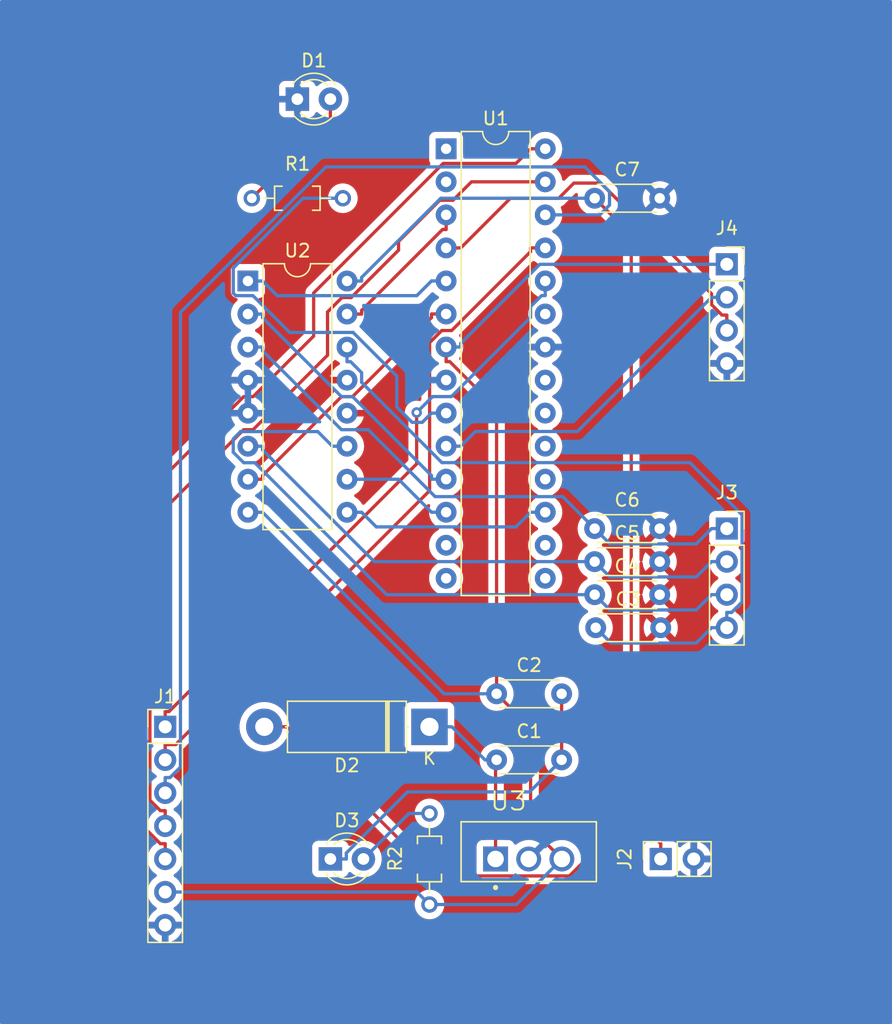
<source format=kicad_pcb>
(kicad_pcb (version 20211014) (generator pcbnew)
  (layers (0 "F.Cu" signal) (31 "B.Cu" signal) (34 "B.Paste" user) (35 "F.Paste" user) (36 "B.SilkS" user "B.Silkscreen") (37 "F.SilkS" user "F.Silkscreen") (38 "B.Mask" user) (39 "F.Mask" user) (44 "Edge.Cuts" user))
  (net 0 "")
  (net 1 "Net-(C1-Pad1)")
  (net 2 "Net-(C1-Pad2)")
  (net 3 "VCC5")
  (net 4 "OUT4")
  (net 5 "GND")
  (net 6 "OUT3")
  (net 7 "OUT2")
  (net 8 "OUT1")
  (net 9 "VCC12")
  (net 10 "IR1")
  (net 11 "IR2")
  (net 12 "IR3")
  (net 13 "IR4")
  (net 14 "IR5")
  (net 15 "TRIG")
  (net 16 "ECHO")
  (net 17 "Net-(D1-Pad2)")
  (net 18 "LED_1HZ")
  (net 19 "Net-(D3-Pad2)")
  (net 24 "IN4")
  (net 25 "EN2")
  (net 27 "EN1")
  (net 29 "IN2")
  (net 33 "IN1")
  (net 34 "IN3")
  (footprint "Connector_PinSocket_2.54mm:PinSocket_1x04_P2.54mm_Vertical" (layer "F.Cu") (at 208.28 58.42)
    (fp_text reference "J4" (at 0 -2.77) (layer "F.SilkS"))
    (fp_text value "Sonar")
    (fp_line (start -1.33 1.27) (end -1.33 8.95) (layer "F.SilkS") (width 0.12))
    (fp_line (start 1.33 1.27) (end 1.33 8.95) (layer "F.SilkS") (width 0.12))
    (fp_line (start -1.33 1.27) (end 1.33 1.27) (layer "F.SilkS") (width 0.12))
    (fp_line (start 0 -1.33) (end 1.33 -1.33) (layer "F.SilkS") (width 0.12))
    (fp_line (start -1.33 8.95) (end 1.33 8.95) (layer "F.SilkS") (width 0.12))
    (fp_line (start 1.33 -1.33) (end 1.33 0) (layer "F.SilkS") (width 0.12))
    (pad "1" thru_hole rect locked (at 0 0) (size 1.7 1.7) (drill 1) (layers *.Cu *.Mask) (net 3 "VCC5"))
    (pad "2" thru_hole oval locked (at 0 2.54) (size 1.7 1.7) (drill 1) (layers *.Cu *.Mask) (net 15 "TRIG"))
    (pad "3" thru_hole oval locked (at 0 5.08) (size 1.7 1.7) (drill 1) (layers *.Cu *.Mask) (net 16 "ECHO"))
    (pad "4" thru_hole oval locked (at 0 7.62) (size 1.7 1.7) (drill 1) (layers *.Cu *.Mask) (net 5 "GND"))
  )
  (footprint "Connector_PinSocket_2.54mm:PinSocket_1x02_P2.54mm_Vertical" (layer "F.Cu") (at 203.2 104.14 90)
    (fp_text reference "J2" (at 0 -2.77 90) (layer "F.SilkS"))
    (fp_text value "Conn_01x02_Female")
    (fp_line (start 1.33 1.27) (end 1.33 3.87) (layer "F.SilkS") (width 0.12))
    (fp_line (start 1.33 -1.33) (end 1.33 0) (layer "F.SilkS") (width 0.12))
    (fp_line (start 0 -1.33) (end 1.33 -1.33) (layer "F.SilkS") (width 0.12))
    (fp_line (start -1.33 1.27) (end -1.33 3.87) (layer "F.SilkS") (width 0.12))
    (fp_line (start -1.33 3.87) (end 1.33 3.87) (layer "F.SilkS") (width 0.12))
    (fp_line (start -1.33 1.27) (end 1.33 1.27) (layer "F.SilkS") (width 0.12))
    (pad "1" thru_hole rect locked (at 0 0 90) (size 1.7 1.7) (drill 1) (layers *.Cu *.Mask) (net 9 "VCC12"))
    (pad "2" thru_hole oval locked (at 0 2.54 90) (size 1.7 1.7) (drill 1) (layers *.Cu *.Mask) (net 5 "GND"))
  )
  (footprint "Package_DIP:DIP-16_W7.62mm" (layer "F.Cu") (at 171.46 59.705)
    (fp_text reference "U2" (at 3.81 -2.33) (layer "F.SilkS"))
    (fp_text value "L293D")
    (fp_line (start 6.46 -1.33) (end 4.81 -1.33) (layer "F.SilkS") (width 0.12))
    (fp_line (start 1.16 -1.33) (end 1.16 19.11) (layer "F.SilkS") (width 0.12))
    (fp_line (start 2.81 -1.33) (end 1.16 -1.33) (layer "F.SilkS") (width 0.12))
    (fp_line (start 1.16 19.11) (end 6.46 19.11) (layer "F.SilkS") (width 0.12))
    (fp_line (start 6.46 19.11) (end 6.46 -1.33) (layer "F.SilkS") (width 0.12))
    (fp_arc (start 4.81 -1.33) (mid 3.81 -0.33) (end 2.81 -1.33) (layer "F.SilkS") (width 0.12))
    (pad "1" thru_hole rect locked (at 0 0) (size 1.6 1.6) (drill 0.8) (layers *.Cu *.Mask) (net 27 "EN1"))
    (pad "2" thru_hole oval locked (at 0 2.54) (size 1.6 1.6) (drill 0.8) (layers *.Cu *.Mask) (net 33 "IN1"))
    (pad "3" thru_hole oval locked (at 0 5.08) (size 1.6 1.6) (drill 0.8) (layers *.Cu *.Mask) (net 8 "OUT1"))
    (pad "4" thru_hole oval locked (at 0 7.62) (size 1.6 1.6) (drill 0.8) (layers *.Cu *.Mask) (net 5 "GND"))
    (pad "5" thru_hole oval locked (at 0 10.16) (size 1.6 1.6) (drill 0.8) (layers *.Cu *.Mask) (net 5 "GND"))
    (pad "6" thru_hole oval locked (at 0 12.7) (size 1.6 1.6) (drill 0.8) (layers *.Cu *.Mask) (net 7 "OUT2"))
    (pad "7" thru_hole oval locked (at 0 15.24) (size 1.6 1.6) (drill 0.8) (layers *.Cu *.Mask) (net 29 "IN2"))
    (pad "8" thru_hole oval locked (at 0 17.78) (size 1.6 1.6) (drill 0.8) (layers *.Cu *.Mask) (net 3 "VCC5"))
    (pad "9" thru_hole oval locked (at 7.62 17.78) (size 1.6 1.6) (drill 0.8) (layers *.Cu *.Mask) (net 25 "EN2"))
    (pad "10" thru_hole oval locked (at 7.62 15.24) (size 1.6 1.6) (drill 0.8) (layers *.Cu *.Mask) (net 34 "IN3"))
    (pad "11" thru_hole oval locked (at 7.62 12.7) (size 1.6 1.6) (drill 0.8) (layers *.Cu *.Mask) (net 6 "OUT3"))
    (pad "12" thru_hole oval locked (at 7.62 10.16) (size 1.6 1.6) (drill 0.8) (layers *.Cu *.Mask) (net 5 "GND"))
    (pad "13" thru_hole oval locked (at 7.62 7.62) (size 1.6 1.6) (drill 0.8) (layers *.Cu *.Mask) (net 5 "GND"))
    (pad "14" thru_hole oval locked (at 7.62 5.08) (size 1.6 1.6) (drill 0.8) (layers *.Cu *.Mask) (net 4 "OUT4"))
    (pad "15" thru_hole oval locked (at 7.62 2.54) (size 1.6 1.6) (drill 0.8) (layers *.Cu *.Mask) (net 24 "IN4"))
    (pad "16" thru_hole oval locked (at 7.62 0) (size 1.6 1.6) (drill 0.8) (layers *.Cu *.Mask) (net 9 "VCC12"))
  )
  (footprint "LED_THT:LED_D3.0mm" (layer "F.Cu") (at 177.8 104.14)
    (fp_text reference "D3" (at 1.27 -2.96) (layer "F.SilkS"))
    (fp_text value "LED")
    (fp_line (start -0.29 1.08) (end -0.29 1.236) (layer "F.SilkS") (width 0.12))
    (fp_line (start -0.29 -1.236) (end -0.29 -1.08) (layer "F.SilkS") (width 0.12))
    (fp_arc (start 2.31113 1.079837) (mid 1.270117 1.5) (end 0.229039 1.08) (layer "F.SilkS") (width 0.12))
    (fp_arc (start 2.942335 1.078608) (mid 1.366487 1.987659) (end -0.29 1.235516) (layer "F.SilkS") (width 0.12))
    (fp_arc (start 0.229039 -1.08) (mid 1.270117 -1.5) (end 2.31113 -1.079837) (layer "F.SilkS") (width 0.12))
    (fp_arc (start -0.29 -1.235516) (mid 1.366487 -1.987659) (end 2.942335 -1.078608) (layer "F.SilkS") (width 0.12))
    (pad "1" thru_hole rect locked (at 0 0) (size 1.8 1.8) (drill 0.9) (layers *.Cu *.Mask) (net 2 "Net-(C1-Pad2)"))
    (pad "2" thru_hole circle locked (at 2.54 0) (size 1.8 1.8) (drill 0.9) (layers *.Cu *.Mask) (net 19 "Net-(D3-Pad2)"))
  )
  (footprint "Capacitor_THT:C_Disc_D4.3mm_W1.9mm_P5.00mm" (layer "F.Cu") (at 198.2 86.36)
    (fp_text reference "C3" (at 2.5 -2.2) (layer "F.SilkS"))
    (fp_text value "C")
    (fp_line (start 4.77 -1.07) (end 4.77 -1.055) (layer "F.SilkS") (width 0.12))
    (fp_line (start 0.23 1.07) (end 4.77 1.07) (layer "F.SilkS") (width 0.12))
    (fp_line (start 0.23 -1.07) (end 4.77 -1.07) (layer "F.SilkS") (width 0.12))
    (fp_line (start 0.23 -1.07) (end 0.23 -1.055) (layer "F.SilkS") (width 0.12))
    (fp_line (start 4.77 1.055) (end 4.77 1.07) (layer "F.SilkS") (width 0.12))
    (fp_line (start 0.23 1.055) (end 0.23 1.07) (layer "F.SilkS") (width 0.12))
    (pad "1" thru_hole circle locked (at 0 0) (size 1.6 1.6) (drill 0.8) (layers *.Cu *.Mask) (net 4 "OUT4"))
    (pad "2" thru_hole circle locked (at 5 0) (size 1.6 1.6) (drill 0.8) (layers *.Cu *.Mask) (net 5 "GND"))
  )
  (footprint "Capacitor_THT:C_Disc_D4.3mm_W1.9mm_P5.00mm" (layer "F.Cu") (at 190.58 96.52)
    (fp_text reference "C1" (at 2.5 -2.2) (layer "F.SilkS"))
    (fp_text value "C")
    (fp_line (start 4.77 -1.07) (end 4.77 -1.055) (layer "F.SilkS") (width 0.12))
    (fp_line (start 0.23 1.055) (end 0.23 1.07) (layer "F.SilkS") (width 0.12))
    (fp_line (start 0.23 -1.07) (end 4.77 -1.07) (layer "F.SilkS") (width 0.12))
    (fp_line (start 0.23 1.07) (end 4.77 1.07) (layer "F.SilkS") (width 0.12))
    (fp_line (start 4.77 1.055) (end 4.77 1.07) (layer "F.SilkS") (width 0.12))
    (fp_line (start 0.23 -1.07) (end 0.23 -1.055) (layer "F.SilkS") (width 0.12))
    (pad "1" thru_hole circle locked (at 0 0) (size 1.6 1.6) (drill 0.8) (layers *.Cu *.Mask) (net 1 "Net-(C1-Pad1)"))
    (pad "2" thru_hole circle locked (at 5 0) (size 1.6 1.6) (drill 0.8) (layers *.Cu *.Mask) (net 2 "Net-(C1-Pad2)"))
  )
  (footprint "Package_DIP:DIP-28_W7.62mm" (layer "F.Cu") (at 186.7 49.54)
    (fp_text reference "U1" (at 3.81 -2.33) (layer "F.SilkS"))
    (fp_text value "ATmega168A-P")
    (fp_line (start 6.46 -1.33) (end 4.81 -1.33) (layer "F.SilkS") (width 0.12))
    (fp_line (start 1.16 34.35) (end 6.46 34.35) (layer "F.SilkS") (width 0.12))
    (fp_line (start 1.16 -1.33) (end 1.16 34.35) (layer "F.SilkS") (width 0.12))
    (fp_line (start 2.81 -1.33) (end 1.16 -1.33) (layer "F.SilkS") (width 0.12))
    (fp_line (start 6.46 34.35) (end 6.46 -1.33) (layer "F.SilkS") (width 0.12))
    (fp_arc (start 4.81 -1.33) (mid 3.81 -0.33) (end 2.81 -1.33) (layer "F.SilkS") (width 0.12))
    (pad "1" thru_hole rect locked (at 0 0) (size 1.6 1.6) (drill 0.8) (layers *.Cu *.Mask))
    (pad "2" thru_hole oval locked (at 0 2.54) (size 1.6 1.6) (drill 0.8) (layers *.Cu *.Mask))
    (pad "3" thru_hole oval locked (at 0 5.08) (size 1.6 1.6) (drill 0.8) (layers *.Cu *.Mask) (net 24 "IN4"))
    (pad "4" thru_hole oval locked (at 0 7.62) (size 1.6 1.6) (drill 0.8) (layers *.Cu *.Mask) (net 16 "ECHO"))
    (pad "5" thru_hole oval locked (at 0 10.16) (size 1.6 1.6) (drill 0.8) (layers *.Cu *.Mask) (net 27 "EN1"))
    (pad "6" thru_hole oval locked (at 0 12.7) (size 1.6 1.6) (drill 0.8) (layers *.Cu *.Mask) (net 29 "IN2"))
    (pad "7" thru_hole oval locked (at 0 15.24) (size 1.6 1.6) (drill 0.8) (layers *.Cu *.Mask) (net 3 "VCC5"))
    (pad "8" thru_hole oval locked (at 0 17.78) (size 1.6 1.6) (drill 0.8) (layers *.Cu *.Mask) (net 5 "GND"))
    (pad "9" thru_hole oval locked (at 0 20.32) (size 1.6 1.6) (drill 0.8) (layers *.Cu *.Mask) (net 18 "LED_1HZ"))
    (pad "10" thru_hole oval locked (at 0 22.86) (size 1.6 1.6) (drill 0.8) (layers *.Cu *.Mask) (net 15 "TRIG"))
    (pad "11" thru_hole oval locked (at 0 25.4) (size 1.6 1.6) (drill 0.8) (layers *.Cu *.Mask) (net 33 "IN1"))
    (pad "12" thru_hole oval locked (at 0 27.94) (size 1.6 1.6) (drill 0.8) (layers *.Cu *.Mask) (net 34 "IN3"))
    (pad "13" thru_hole oval locked (at 0 30.48) (size 1.6 1.6) (drill 0.8) (layers *.Cu *.Mask))
    (pad "14" thru_hole oval locked (at 0 33.02) (size 1.6 1.6) (drill 0.8) (layers *.Cu *.Mask))
    (pad "15" thru_hole oval locked (at 7.62 33.02) (size 1.6 1.6) (drill 0.8) (layers *.Cu *.Mask))
    (pad "16" thru_hole oval locked (at 7.62 30.48) (size 1.6 1.6) (drill 0.8) (layers *.Cu *.Mask))
    (pad "17" thru_hole oval locked (at 7.62 27.94) (size 1.6 1.6) (drill 0.8) (layers *.Cu *.Mask) (net 25 "EN2"))
    (pad "18" thru_hole oval locked (at 7.62 25.4) (size 1.6 1.6) (drill 0.8) (layers *.Cu *.Mask))
    (pad "19" thru_hole oval locked (at 7.62 22.86) (size 1.6 1.6) (drill 0.8) (layers *.Cu *.Mask))
    (pad "20" thru_hole oval locked (at 7.62 20.32) (size 1.6 1.6) (drill 0.8) (layers *.Cu *.Mask))
    (pad "21" thru_hole oval locked (at 7.62 17.78) (size 1.6 1.6) (drill 0.8) (layers *.Cu *.Mask))
    (pad "22" thru_hole oval locked (at 7.62 15.24) (size 1.6 1.6) (drill 0.8) (layers *.Cu *.Mask) (net 5 "GND"))
    (pad "23" thru_hole oval locked (at 7.62 12.7) (size 1.6 1.6) (drill 0.8) (layers *.Cu *.Mask))
    (pad "24" thru_hole oval locked (at 7.62 10.16) (size 1.6 1.6) (drill 0.8) (layers *.Cu *.Mask) (net 10 "IR1"))
    (pad "25" thru_hole oval locked (at 7.62 7.62) (size 1.6 1.6) (drill 0.8) (layers *.Cu *.Mask) (net 11 "IR2"))
    (pad "26" thru_hole oval locked (at 7.62 5.08) (size 1.6 1.6) (drill 0.8) (layers *.Cu *.Mask) (net 12 "IR3"))
    (pad "27" thru_hole oval locked (at 7.62 2.54) (size 1.6 1.6) (drill 0.8) (layers *.Cu *.Mask) (net 13 "IR4"))
    (pad "28" thru_hole oval locked (at 7.62 0) (size 1.6 1.6) (drill 0.8) (layers *.Cu *.Mask) (net 14 "IR5"))
  )
  (footprint "Capacitor_THT:C_Disc_D4.3mm_W1.9mm_P5.00mm" (layer "F.Cu") (at 198.12 53.34)
    (fp_text reference "C7" (at 2.5 -2.2) (layer "F.SilkS"))
    (fp_text value "C")
    (fp_line (start 0.23 -1.07) (end 4.77 -1.07) (layer "F.SilkS") (width 0.12))
    (fp_line (start 0.23 -1.07) (end 0.23 -1.055) (layer "F.SilkS") (width 0.12))
    (fp_line (start 4.77 -1.07) (end 4.77 -1.055) (layer "F.SilkS") (width 0.12))
    (fp_line (start 4.77 1.055) (end 4.77 1.07) (layer "F.SilkS") (width 0.12))
    (fp_line (start 0.23 1.07) (end 4.77 1.07) (layer "F.SilkS") (width 0.12))
    (fp_line (start 0.23 1.055) (end 0.23 1.07) (layer "F.SilkS") (width 0.12))
    (pad "1" thru_hole circle locked (at 0 0) (size 1.6 1.6) (drill 0.8) (layers *.Cu *.Mask) (net 9 "VCC12"))
    (pad "2" thru_hole circle locked (at 5 0) (size 1.6 1.6) (drill 0.8) (layers *.Cu *.Mask) (net 5 "GND"))
  )
  (footprint "Library:RESAD700W45L350D185" (layer "F.Cu") (at 175.26 53.34)
    (fp_text reference "R1" (at 0.01805 -2.63963) (layer "F.SilkS") (effects (font (size 1.000772 1.000772))))
    (fp_text value "R_Small")
    (fp_line (start 1.75 0) (end 2.55 0) (layer "F.SilkS") (width 0.127))
    (fp_line (start -1.75 0) (end -2.55 0) (layer "F.SilkS") (width 0.127))
    (fp_line (start 1.75 0) (end 1.75 0.925) (layer "F.SilkS") (width 0.127))
    (fp_line (start 1.17 0.925) (end 1.75 0.925) (layer "F.SilkS") (width 0.127))
    (fp_line (start -1.75 0.925) (end -1.17 0.925) (layer "F.SilkS") (width 0.127))
    (fp_line (start 1.17 -0.925) (end 1.75 -0.925) (layer "F.SilkS") (width 0.127))
    (fp_line (start -1.75 0) (end -1.75 0.925) (layer "F.SilkS") (width 0.127))
    (fp_line (start -1.17 -0.925) (end -1.75 -0.925) (layer "F.SilkS") (width 0.127))
    (fp_line (start 1.75 -0.925) (end 1.75 0) (layer "F.SilkS") (width 0.127))
    (fp_line (start -1.75 -0.925) (end -1.75 0) (layer "F.SilkS") (width 0.127))
    (pad "1" thru_hole circle (at -3.5 0) (size 1.258 1.258) (drill 0.75) (layers *.Cu *.Mask) (net 17 "Net-(D1-Pad2)"))
    (pad "2" thru_hole circle (at 3.5 0) (size 1.258 1.258) (drill 0.75) (layers *.Cu *.Mask) (net 18 "LED_1HZ"))
  )
  (footprint "Connector_PinSocket_2.54mm:PinSocket_1x04_P2.54mm_Vertical" (layer "F.Cu") (at 208.28 78.74)
    (fp_text reference "J3" (at 0 -2.77) (layer "F.SilkS"))
    (fp_text value "Motors")
    (fp_line (start 1.33 -1.33) (end 1.33 0) (layer "F.SilkS") (width 0.12))
    (fp_line (start 0 -1.33) (end 1.33 -1.33) (layer "F.SilkS") (width 0.12))
    (fp_line (start -1.33 8.95) (end 1.33 8.95) (layer "F.SilkS") (width 0.12))
    (fp_line (start 1.33 1.27) (end 1.33 8.95) (layer "F.SilkS") (width 0.12))
    (fp_line (start -1.33 1.27) (end 1.33 1.27) (layer "F.SilkS") (width 0.12))
    (fp_line (start -1.33 1.27) (end -1.33 8.95) (layer "F.SilkS") (width 0.12))
    (pad "1" thru_hole rect locked (at 0 0) (size 1.7 1.7) (drill 1) (layers *.Cu *.Mask) (net 8 "OUT1"))
    (pad "2" thru_hole oval locked (at 0 2.54) (size 1.7 1.7) (drill 1) (layers *.Cu *.Mask) (net 7 "OUT2"))
    (pad "3" thru_hole oval locked (at 0 5.08) (size 1.7 1.7) (drill 1) (layers *.Cu *.Mask) (net 6 "OUT3"))
    (pad "4" thru_hole oval locked (at 0 7.62) (size 1.7 1.7) (drill 1) (layers *.Cu *.Mask) (net 4 "OUT4"))
  )
  (footprint "Capacitor_THT:C_Disc_D4.3mm_W1.9mm_P5.00mm" (layer "F.Cu") (at 198.12 78.74)
    (fp_text reference "C6" (at 2.5 -2.2) (layer "F.SilkS"))
    (fp_text value "C")
    (fp_line (start 0.23 1.07) (end 4.77 1.07) (layer "F.SilkS") (width 0.12))
    (fp_line (start 0.23 -1.07) (end 0.23 -1.055) (layer "F.SilkS") (width 0.12))
    (fp_line (start 0.23 1.055) (end 0.23 1.07) (layer "F.SilkS") (width 0.12))
    (fp_line (start 4.77 1.055) (end 4.77 1.07) (layer "F.SilkS") (width 0.12))
    (fp_line (start 0.23 -1.07) (end 4.77 -1.07) (layer "F.SilkS") (width 0.12))
    (fp_line (start 4.77 -1.07) (end 4.77 -1.055) (layer "F.SilkS") (width 0.12))
    (pad "1" thru_hole circle locked (at 0 0) (size 1.6 1.6) (drill 0.8) (layers *.Cu *.Mask) (net 8 "OUT1"))
    (pad "2" thru_hole circle locked (at 5 0) (size 1.6 1.6) (drill 0.8) (layers *.Cu *.Mask) (net 5 "GND"))
  )
  (footprint "Capacitor_THT:C_Disc_D4.3mm_W1.9mm_P5.00mm" (layer "F.Cu") (at 190.58 91.44)
    (fp_text reference "C2" (at 2.5 -2.2) (layer "F.SilkS"))
    (fp_text value "C")
    (fp_line (start 4.77 -1.07) (end 4.77 -1.055) (layer "F.SilkS") (width 0.12))
    (fp_line (start 0.23 -1.07) (end 4.77 -1.07) (layer "F.SilkS") (width 0.12))
    (fp_line (start 0.23 -1.07) (end 0.23 -1.055) (layer "F.SilkS") (width 0.12))
    (fp_line (start 0.23 1.055) (end 0.23 1.07) (layer "F.SilkS") (width 0.12))
    (fp_line (start 0.23 1.07) (end 4.77 1.07) (layer "F.SilkS") (width 0.12))
    (fp_line (start 4.77 1.055) (end 4.77 1.07) (layer "F.SilkS") (width 0.12))
    (pad "1" thru_hole circle locked (at 0 0) (size 1.6 1.6) (drill 0.8) (layers *.Cu *.Mask) (net 3 "VCC5"))
    (pad "2" thru_hole circle locked (at 5 0) (size 1.6 1.6) (drill 0.8) (layers *.Cu *.Mask) (net 2 "Net-(C1-Pad2)"))
  )
  (footprint "Diode_THT:D_5W_P12.70mm_Horizontal" (layer "F.Cu") (at 185.42 93.98 180)
    (fp_text reference "D2" (at 6.35 -2.97) (layer "F.SilkS"))
    (fp_text value "D")
    (fp_text user "K" (at 0 -2.4) (layer "F.SilkS"))
    (fp_line (start 1.78 -1.97) (end 1.78 1.97) (layer "F.SilkS") (width 0.12))
    (fp_line (start 10.92 -1.97) (end 1.78 -1.97) (layer "F.SilkS") (width 0.12))
    (fp_line (start 3.235 -1.97) (end 3.235 1.97) (layer "F.SilkS") (width 0.12))
    (fp_line (start 1.64 0) (end 1.78 0) (layer "F.SilkS") (width 0.12))
    (fp_line (start 3.355 -1.97) (end 3.355 1.97) (layer "F.SilkS") (width 0.12))
    (fp_line (start 3.115 -1.97) (end 3.115 1.97) (layer "F.SilkS") (width 0.12))
    (fp_line (start 11.06 0) (end 10.92 0) (layer "F.SilkS") (width 0.12))
    (fp_line (start 10.92 1.97) (end 10.92 -1.97) (layer "F.SilkS") (width 0.12))
    (fp_line (start 1.78 1.97) (end 10.92 1.97) (layer "F.SilkS") (width 0.12))
    (pad "1" thru_hole rect locked (at 0 0 180) (size 2.8 2.8) (drill 1.4) (layers *.Cu *.Mask) (net 1 "Net-(C1-Pad1)"))
    (pad "2" thru_hole oval locked (at 12.7 0 180) (size 2.8 2.8) (drill 1.4) (layers *.Cu *.Mask) (net 9 "VCC12"))
  )
  (footprint "Library:RESAD700W45L350D185" (layer "F.Cu") (at 185.42 104.14 90)
    (fp_text reference "R2" (at 0.01805 -2.63963 90) (layer "F.SilkS") (effects (font (size 1.000772 1.000772))))
    (fp_text value "R")
    (fp_line (start 1.75 0) (end 1.75 0.925) (layer "F.SilkS") (width 0.127))
    (fp_line (start -1.17 -0.925) (end -1.75 -0.925) (layer "F.SilkS") (width 0.127))
    (fp_line (start 1.17 0.925) (end 1.75 0.925) (layer "F.SilkS") (width 0.127))
    (fp_line (start 1.75 -0.925) (end 1.75 0) (layer "F.SilkS") (width 0.127))
    (fp_line (start 1.17 -0.925) (end 1.75 -0.925) (layer "F.SilkS") (width 0.127))
    (fp_line (start -1.75 0) (end -1.75 0.925) (layer "F.SilkS") (width 0.127))
    (fp_line (start -1.75 -0.925) (end -1.75 0) (layer "F.SilkS") (width 0.127))
    (fp_line (start 1.75 0) (end 2.55 0) (layer "F.SilkS") (width 0.127))
    (fp_line (start -1.75 0) (end -2.55 0) (layer "F.SilkS") (width 0.127))
    (fp_line (start -1.75 0.925) (end -1.17 0.925) (layer "F.SilkS") (width 0.127))
    (pad "1" thru_hole circle (at -3.5 0 90) (size 1.258 1.258) (drill 0.75) (layers *.Cu *.Mask) (net 3 "VCC5"))
    (pad "2" thru_hole circle (at 3.5 0 90) (size 1.258 1.258) (drill 0.75) (layers *.Cu *.Mask) (net 19 "Net-(D3-Pad2)"))
  )
  (footprint "Library:TO255P1040X460X1968-3" (layer "F.Cu") (at 190.5 104.14)
    (fp_text reference "U3" (at 0.995 -4.444) (layer "F.SilkS") (effects (font (size 1.4 1.4))))
    (fp_text value "L7805CV")
    (fp_line (start -2.65 1.74) (end -2.65 -2.86) (layer "F.SilkS") (width 0.127))
    (fp_line (start -2.65 -2.86) (end 7.75 -2.86) (layer "F.SilkS") (width 0.127))
    (fp_line (start 7.75 -2.86) (end 7.75 1.74) (layer "F.SilkS") (width 0.127))
    (fp_line (start 7.75 1.74) (end -2.65 1.74) (layer "F.SilkS") (width 0.127))
    (fp_circle (center 0 2.195) (end 0.1 2.195) (layer "F.SilkS") (width 0.2) (fill none))
    (pad "1" thru_hole rect (at 0 0) (size 1.91 1.91) (drill 1.27) (layers *.Cu *.Mask) (net 1 "Net-(C1-Pad1)"))
    (pad "2" thru_hole circle (at 2.55 0) (size 1.91 1.91) (drill 1.27) (layers *.Cu *.Mask) (net 5 "GND"))
    (pad "3" thru_hole circle (at 5.1 0) (size 1.91 1.91) (drill 1.27) (layers *.Cu *.Mask) (net 3 "VCC5"))
  )
  (footprint "Capacitor_THT:C_Disc_D4.3mm_W1.9mm_P5.00mm" (layer "F.Cu") (at 198.12 83.82)
    (fp_text reference "C4" (at 2.5 -2.2) (layer "F.SilkS"))
    (fp_text value "C")
    (fp_line (start 4.77 -1.07) (end 4.77 -1.055) (layer "F.SilkS") (width 0.12))
    (fp_line (start 4.77 1.055) (end 4.77 1.07) (layer "F.SilkS") (width 0.12))
    (fp_line (start 0.23 1.055) (end 0.23 1.07) (layer "F.SilkS") (width 0.12))
    (fp_line (start 0.23 1.07) (end 4.77 1.07) (layer "F.SilkS") (width 0.12))
    (fp_line (start 0.23 -1.07) (end 4.77 -1.07) (layer "F.SilkS") (width 0.12))
    (fp_line (start 0.23 -1.07) (end 0.23 -1.055) (layer "F.SilkS") (width 0.12))
    (pad "1" thru_hole circle locked (at 0 0) (size 1.6 1.6) (drill 0.8) (layers *.Cu *.Mask) (net 6 "OUT3"))
    (pad "2" thru_hole circle locked (at 5 0) (size 1.6 1.6) (drill 0.8) (layers *.Cu *.Mask) (net 5 "GND"))
  )
  (footprint "LED_THT:LED_D3.0mm" (layer "F.Cu") (at 175.26 45.72)
    (fp_text reference "D1" (at 1.27 -2.96) (layer "F.SilkS"))
    (fp_text value "LED")
    (fp_line (start -0.29 -1.236) (end -0.29 -1.08) (layer "F.SilkS") (width 0.12))
    (fp_line (start -0.29 1.08) (end -0.29 1.236) (layer "F.SilkS") (width 0.12))
    (fp_arc (start -0.29 -1.235516) (mid 1.366487 -1.987659) (end 2.942335 -1.078608) (layer "F.SilkS") (width 0.12))
    (fp_arc (start 2.942335 1.078608) (mid 1.366487 1.987659) (end -0.29 1.235516) (layer "F.SilkS") (width 0.12))
    (fp_arc (start 2.31113 1.079837) (mid 1.270117 1.5) (end 0.229039 1.08) (layer "F.SilkS") (width 0.12))
    (fp_arc (start 0.229039 -1.08) (mid 1.270117 -1.5) (end 2.31113 -1.079837) (layer "F.SilkS") (width 0.12))
    (pad "1" thru_hole rect locked (at 0 0) (size 1.8 1.8) (drill 0.9) (layers *.Cu *.Mask) (net 5 "GND"))
    (pad "2" thru_hole circle locked (at 2.54 0) (size 1.8 1.8) (drill 0.9) (layers *.Cu *.Mask) (net 17 "Net-(D1-Pad2)"))
  )
  (footprint "Capacitor_THT:C_Disc_D4.3mm_W1.9mm_P5.00mm" (layer "F.Cu") (at 198.12 81.28)
    (fp_text reference "C5" (at 2.5 -2.2) (layer "F.SilkS"))
    (fp_text value "C")
    (fp_line (start 0.23 1.07) (end 4.77 1.07) (layer "F.SilkS") (width 0.12))
    (fp_line (start 4.77 -1.07) (end 4.77 -1.055) (layer "F.SilkS") (width 0.12))
    (fp_line (start 0.23 -1.07) (end 0.23 -1.055) (layer "F.SilkS") (width 0.12))
    (fp_line (start 4.77 1.055) (end 4.77 1.07) (layer "F.SilkS") (width 0.12))
    (fp_line (start 0.23 1.055) (end 0.23 1.07) (layer "F.SilkS") (width 0.12))
    (fp_line (start 0.23 -1.07) (end 4.77 -1.07) (layer "F.SilkS") (width 0.12))
    (pad "1" thru_hole circle locked (at 0 0) (size 1.6 1.6) (drill 0.8) (layers *.Cu *.Mask) (net 7 "OUT2"))
    (pad "2" thru_hole circle locked (at 5 0) (size 1.6 1.6) (drill 0.8) (layers *.Cu *.Mask) (net 5 "GND"))
  )
  (footprint "Connector_PinHeader_2.54mm:PinHeader_1x07_P2.54mm_Vertical" (layer "F.Cu") (at 165.1 93.98)
    (fp_text reference "J1" (at 0 -2.33) (layer "F.SilkS"))
    (fp_text value "Conn_01x07_Male")
    (fp_line (start -1.33 1.27) (end 1.33 1.27) (layer "F.SilkS") (width 0.12))
    (fp_line (start 1.33 1.27) (end 1.33 16.57) (layer "F.SilkS") (width 0.12))
    (fp_line (start -1.33 0) (end -1.33 -1.33) (layer "F.SilkS") (width 0.12))
    (fp_line (start -1.33 1.27) (end -1.33 16.57) (layer "F.SilkS") (width 0.12))
    (fp_line (start -1.33 16.57) (end 1.33 16.57) (layer "F.SilkS") (width 0.12))
    (fp_line (start -1.33 -1.33) (end 0 -1.33) (layer "F.SilkS") (width 0.12))
    (pad "1" thru_hole rect locked (at 0 0) (size 1.7 1.7) (drill 1) (layers *.Cu *.Mask) (net 10 "IR1"))
    (pad "2" thru_hole oval locked (at 0 2.54) (size 1.7 1.7) (drill 1) (layers *.Cu *.Mask) (net 11 "IR2"))
    (pad "3" thru_hole oval locked (at 0 5.08) (size 1.7 1.7) (drill 1) (layers *.Cu *.Mask) (net 12 "IR3"))
    (pad "4" thru_hole oval locked (at 0 7.62) (size 1.7 1.7) (drill 1) (layers *.Cu *.Mask) (net 13 "IR4"))
    (pad "5" thru_hole oval locked (at 0 10.16) (size 1.7 1.7) (drill 1) (layers *.Cu *.Mask) (net 14 "IR5"))
    (pad "6" thru_hole oval locked (at 0 12.7) (size 1.7 1.7) (drill 1) (layers *.Cu *.Mask) (net 3 "VCC5"))
    (pad "7" thru_hole oval locked (at 0 15.24) (size 1.7 1.7) (drill 1) (layers *.Cu *.Mask) (net 5 "GND"))
  )
  (segment (start 190.5 96.6) (end 190.58 96.52) (width 0.25) (layer "F.Cu") (net 1))
  (segment (start 190.5 104.14) (end 190.5 96.6) (width 0.25) (layer "F.Cu") (net 1))
  (segment (start 190.58 96.52) (end 189.6853 96.52) (width 0.25) (layer "B.Cu") (net 1))
  (segment (start 189.6853 96.52) (end 187.1453 93.98) (width 0.25) (layer "B.Cu") (net 1))
  (segment (start 185.42 93.98) (end 187.1453 93.98) (width 0.25) (layer "B.Cu") (net 1))
  (segment (start 195.58 91.44) (end 195.58 96.52) (width 0.25) (layer "F.Cu") (net 2))
  (segment (start 193.1166 98.9834) (end 183.7224 98.9834) (width 0.25) (layer "B.Cu") (net 2))
  (segment (start 183.7224 98.9834) (end 179.0253 103.6805) (width 0.25) (layer "B.Cu") (net 2))
  (segment (start 177.8 104.14) (end 179.0253 104.14) (width 0.25) (layer "B.Cu") (net 2))
  (segment (start 195.58 96.52) (end 193.1166 98.9834) (width 0.25) (layer "B.Cu") (net 2))
  (segment (start 179.0253 103.6805) (end 179.0253 104.14) (width 0.25) (layer "B.Cu") (net 2))
  (segment (start 193.1946 101.7346) (end 193.1946 94.0546) (width 0.25) (layer "F.Cu") (net 3))
  (segment (start 186.9813 65.9053) (end 190.58 69.504) (width 0.25) (layer "F.Cu") (net 3))
  (segment (start 195.6 104.14) (end 193.1946 101.7346) (width 0.25) (layer "F.Cu") (net 3))
  (segment (start 190.58 69.504) (end 190.58 91.44) (width 0.25) (layer "F.Cu") (net 3))
  (segment (start 193.1946 94.0546) (end 190.58 91.44) (width 0.25) (layer "F.Cu") (net 3))
  (segment (start 186.7 65.9053) (end 186.9813 65.9053) (width 0.25) (layer "F.Cu") (net 3))
  (segment (start 186.7 64.78) (end 186.7 65.9053) (width 0.25) (layer "F.Cu") (net 3))
  (segment (start 171.46 77.485) (end 172.5853 77.485) (width 0.25) (layer "B.Cu") (net 3))
  (segment (start 184.46 106.68) (end 185.42 107.64) (width 0.25) (layer "B.Cu") (net 3))
  (segment (start 165.1 106.68) (end 184.46 106.68) (width 0.25) (layer "B.Cu") (net 3))
  (segment (start 193.904 58.42) (end 208.28 58.42) (width 0.25) (layer "B.Cu") (net 3))
  (segment (start 192.1 107.64) (end 185.42 107.64) (width 0.25) (layer "B.Cu") (net 3))
  (segment (start 187.8253 64.4987) (end 193.904 58.42) (width 0.25) (layer "B.Cu") (net 3))
  (segment (start 187.8253 64.78) (end 187.8253 64.4987) (width 0.25) (layer "B.Cu") (net 3))
  (segment (start 195.6 104.14) (end 192.1 107.64) (width 0.25) (layer "B.Cu") (net 3))
  (segment (start 186.5403 91.44) (end 172.5853 77.485) (width 0.25) (layer "B.Cu") (net 3))
  (segment (start 186.7 64.78) (end 187.8253 64.78) (width 0.25) (layer "B.Cu") (net 3))
  (segment (start 190.58 91.44) (end 186.5403 91.44) (width 0.25) (layer "B.Cu") (net 3))
  (segment (start 207.6924 86.36) (end 208.28 86.36) (width 0.25) (layer "B.Cu") (net 4))
  (segment (start 209.4554 77.6837) (end 205.441 73.6693) (width 0.25) (layer "B.Cu") (net 4))
  (segment (start 180.2053 67.4978) (end 180.2053 66.7542) (width 0.25) (layer "B.Cu") (net 4))
  (segment (start 209.4554 84.3766) (end 209.4554 77.6837) (width 0.25) (layer "B.Cu") (net 4))
  (segment (start 208.28 86.36) (end 208.28 85.1847) (width 0.25) (layer "B.Cu") (net 4))
  (segment (start 180.2053 66.7542) (end 179.3614 65.9103) (width 0.25) (layer "B.Cu") (net 4))
  (segment (start 208.6473 85.1847) (end 209.4554 84.3766) (width 0.25) (layer "B.Cu") (net 4))
  (segment (start 186.3768 73.6693) (end 180.2053 67.4978) (width 0.25) (layer "B.Cu") (net 4))
  (segment (start 207.6924 86.36) (end 207.1047 86.36) (width 0.25) (layer "B.Cu") (net 4))
  (segment (start 207.1047 86.36) (end 205.9253 87.5394) (width 0.25) (layer "B.Cu") (net 4))
  (segment (start 205.9253 87.5394) (end 199.3794 87.5394) (width 0.25) (layer "B.Cu") (net 4))
  (segment (start 199.3794 87.5394) (end 198.2 86.36) (width 0.25) (layer "B.Cu") (net 4))
  (segment (start 179.3614 65.9103) (end 179.08 65.9103) (width 0.25) (layer "B.Cu") (net 4))
  (segment (start 179.08 64.785) (end 179.08 65.9103) (width 0.25) (layer "B.Cu") (net 4))
  (segment (start 205.441 73.6693) (end 186.3768 73.6693) (width 0.25) (layer "B.Cu") (net 4))
  (segment (start 208.28 85.1847) (end 208.6473 85.1847) (width 0.25) (layer "B.Cu") (net 4))
  (segment (start 170.8951 71.2797) (end 176.8294 71.2797) (width 0.25) (layer "B.Cu") (net 6))
  (segment (start 207.1047 83.82) (end 205.9294 84.9953) (width 0.25) (layer "B.Cu") (net 6))
  (segment (start 179.08 72.405) (end 177.9547 72.405) (width 0.25) (layer "B.Cu") (net 6))
  (segment (start 208.28 83.82) (end 207.1047 83.82) (width 0.25) (layer "B.Cu") (net 6))
  (segment (start 170.332 71.8428) (end 170.8951 71.2797) (width 0.25) (layer "B.Cu") (net 6))
  (segment (start 198.12 83.82) (end 182.1352 83.82) (width 0.25) (layer "B.Cu") (net 6))
  (segment (start 199.2953 84.9953) (end 198.12 83.82) (width 0.25) (layer "B.Cu") (net 6))
  (segment (start 176.8294 71.2797) (end 177.9547 72.405) (width 0.25) (layer "B.Cu") (net 6))
  (segment (start 205.9294 84.9953) (end 199.2953 84.9953) (width 0.25) (layer "B.Cu") (net 6))
  (segment (start 170.332 72.8687) (end 170.332 71.8428) (width 0.25) (layer "B.Cu") (net 6))
  (segment (start 182.1352 83.82) (end 171.9902 73.675) (width 0.25) (layer "B.Cu") (net 6))
  (segment (start 171.1383 73.675) (end 170.332 72.8687) (width 0.25) (layer "B.Cu") (net 6))
  (segment (start 171.9902 73.675) (end 171.1383 73.675) (width 0.25) (layer "B.Cu") (net 6))
  (segment (start 208.28 81.28) (end 207.1047 81.28) (width 0.25) (layer "B.Cu") (net 7))
  (segment (start 172.5853 72.405) (end 172.5853 72.6863) (width 0.25) (layer "B.Cu") (net 7))
  (segment (start 199.2953 82.4553) (end 198.12 81.28) (width 0.25) (layer "B.Cu") (net 7))
  (segment (start 205.9294 82.4553) (end 199.2953 82.4553) (width 0.25) (layer "B.Cu") (net 7))
  (segment (start 207.1047 81.28) (end 205.9294 82.4553) (width 0.25) (layer "B.Cu") (net 7))
  (segment (start 181.179 81.28) (end 198.12 81.28) (width 0.25) (layer "B.Cu") (net 7))
  (segment (start 171.46 72.405) (end 172.5853 72.405) (width 0.25) (layer "B.Cu") (net 7))
  (segment (start 172.5853 72.6863) (end 181.179 81.28) (width 0.25) (layer "B.Cu") (net 7))
  (segment (start 208.28 78.74) (end 207.1047 78.74) (width 0.25) (layer "B.Cu") (net 8))
  (segment (start 172.5853 65.0663) (end 178.654 71.135) (width 0.25) (layer "B.Cu") (net 8))
  (segment (start 180.7062 71.135) (end 185.8551 76.2839) (width 0.25) (layer "B.Cu") (net 8))
  (segment (start 172.5853 64.785) (end 172.5853 65.0663) (width 0.25) (layer "B.Cu") (net 8))
  (segment (start 198.12 78.74) (end 199.2953 79.9153) (width 0.25) (layer "B.Cu") (net 8))
  (segment (start 195.6639 76.2839) (end 198.12 78.74) (width 0.25) (layer "B.Cu") (net 8))
  (segment (start 205.9294 79.9153) (end 207.1047 78.74) (width 0.25) (layer "B.Cu") (net 8))
  (segment (start 199.2953 79.9153) (end 205.9294 79.9153) (width 0.25) (layer "B.Cu") (net 8))
  (segment (start 171.46 64.785) (end 172.5853 64.785) (width 0.25) (layer "B.Cu") (net 8))
  (segment (start 178.654 71.135) (end 180.7062 71.135) (width 0.25) (layer "B.Cu") (net 8))
  (segment (start 185.8551 76.2839) (end 195.6639 76.2839) (width 0.25) (layer "B.Cu") (net 8))
  (segment (start 174.4453 93.98) (end 185.9095 105.4442) (width 0.25) (layer "F.Cu") (net 9))
  (segment (start 198.12 53.34) (end 200.9315 56.1515) (width 0.25) (layer "F.Cu") (net 9))
  (segment (start 185.9095 105.4442) (end 196.1835 105.4442) (width 0.25) (layer "F.Cu") (net 9))
  (segment (start 200.9315 100.6962) (end 203.2 102.9647) (width 0.25) (layer "F.Cu") (net 9))
  (segment (start 203.2 104.14) (end 203.2 102.9647) (width 0.25) (layer "F.Cu") (net 9))
  (segment (start 196.1835 105.4442) (end 200.9315 100.6962) (width 0.25) (layer "F.Cu") (net 9))
  (segment (start 172.72 93.98) (end 174.4453 93.98) (width 0.25) (layer "F.Cu") (net 9))
  (segment (start 200.9315 56.1515) (end 200.9315 100.6962) (width 0.25) (layer "F.Cu") (net 9))
  (segment (start 180.2053 59.4237) (end 180.2053 59.705) (width 0.25) (layer "B.Cu") (net 9))
  (segment (start 179.08 59.705) (end 180.2053 59.705) (width 0.25) (layer "B.Cu") (net 9))
  (segment (start 186.289 53.34) (end 180.2053 59.4237) (width 0.25) (layer "B.Cu") (net 9))
  (segment (start 198.12 53.34) (end 186.289 53.34) (width 0.25) (layer "B.Cu") (net 9))
  (segment (start 165.1 92.8047) (end 165.3938 92.8047) (width 0.25) (layer "F.Cu") (net 10))
  (segment (start 184.4339 73.7646) (end 184.4339 69.8142) (width 0.25) (layer "F.Cu") (net 10))
  (segment (start 165.1 93.98) (end 165.1 92.8047) (width 0.25) (layer "F.Cu") (net 10))
  (segment (start 165.3938 92.8047) (end 184.4339 73.7646) (width 0.25) (layer "F.Cu") (net 10))
  (via (at 184.4339 69.8142) (size 0.8) (drill 0.4) (layers "F.Cu" "B.Cu") (net 10))
  (segment (start 194.32 59.7) (end 194.32 60.8253) (width 0.25) (layer "B.Cu") (net 10))
  (segment (start 187.1019 68.59) (end 185.6581 68.59) (width 0.25) (layer "B.Cu") (net 10))
  (segment (start 194.0386 60.8253) (end 193.1947 61.6692) (width 0.25) (layer "B.Cu") (net 10))
  (segment (start 194.32 60.8253) (end 194.0386 60.8253) (width 0.25) (layer "B.Cu") (net 10))
  (segment (start 193.1947 61.6692) (end 193.1947 62.4972) (width 0.25) (layer "B.Cu") (net 10))
  (segment (start 193.1947 62.4972) (end 187.1019 68.59) (width 0.25) (layer "B.Cu") (net 10))
  (segment (start 185.6581 68.59) (end 184.4339 69.8142) (width 0.25) (layer "B.Cu") (net 10))
  (segment (start 185.4308 64.4449) (end 186.3657 63.51) (width 0.25) (layer "F.Cu") (net 11))
  (segment (start 186.3657 63.51) (end 187.126 63.51) (width 0.25) (layer "F.Cu") (net 11))
  (segment (start 193.1947 57.4413) (end 193.1947 57.16) (width 0.25) (layer "F.Cu") (net 11))
  (segment (start 165.1 95.3447) (end 165.908 95.3447) (width 0.25) (layer "F.Cu") (net 11))
  (segment (start 185.4308 75.8219) (end 185.4308 64.4449) (width 0.25) (layer "F.Cu") (net 11))
  (segment (start 165.1 96.52) (end 165.1 95.3447) (width 0.25) (layer "F.Cu") (net 11))
  (segment (start 194.32 57.16) (end 193.1947 57.16) (width 0.25) (layer "F.Cu") (net 11))
  (segment (start 187.126 63.51) (end 193.1947 57.4413) (width 0.25) (layer "F.Cu") (net 11))
  (segment (start 165.908 95.3447) (end 185.4308 75.8219) (width 0.25) (layer "F.Cu") (net 11))
  (segment (start 198.5138 54.62) (end 194.32 54.62) (width 0.25) (layer "B.Cu") (net 12))
  (segment (start 177.4583 50.9315) (end 197.3617 50.9315) (width 0.25) (layer "B.Cu") (net 12))
  (segment (start 165.1 97.8847) (end 165.4674 97.8847) (width 0.25) (layer "B.Cu") (net 12))
  (segment (start 166.2753 62.1145) (end 177.4583 50.9315) (width 0.25) (layer "B.Cu") (net 12))
  (segment (start 199.2619 52.8317) (end 199.2619 53.8719) (width 0.25) (layer "B.Cu") (net 12))
  (segment (start 165.4674 97.8847) (end 166.2753 97.0768) (width 0.25) (layer "B.Cu") (net 12))
  (segment (start 197.3617 50.9315) (end 199.2619 52.8317) (width 0.25) (layer "B.Cu") (net 12))
  (segment (start 165.1 99.06) (end 165.1 97.8847) (width 0.25) (layer "B.Cu") (net 12))
  (segment (start 166.2753 97.0768) (end 166.2753 62.1145) (width 0.25) (layer "B.Cu") (net 12))
  (segment (start 199.2619 53.8719) (end 198.5138 54.62) (width 0.25) (layer "B.Cu") (net 12))
  (segment (start 163.9246 78.3429) (end 171.1325 71.135) (width 0.25) (layer "F.Cu") (net 13))
  (segment (start 163.9246 99.6166) (end 163.9246 78.3429) (width 0.25) (layer "F.Cu") (net 13))
  (segment (start 187.2304 53.4946) (end 188.645 52.08) (width 0.25) (layer "F.Cu") (net 13))
  (segment (start 164.7327 100.4247) (end 163.9246 99.6166) (width 0.25) (layer "F.Cu") (net 13))
  (segment (start 177.5817 65.4122) (end 177.5817 62.0866) (width 0.25) (layer "F.Cu") (net 13))
  (segment (start 186.2151 53.4946) (end 187.2304 53.4946) (width 0.25) (layer "F.Cu") (net 13))
  (segment (start 177.5817 62.0866) (end 178.6933 60.975) (width 0.25) (layer "F.Cu") (net 13))
  (segment (start 183.043 56.6667) (end 186.2151 53.4946) (width 0.25) (layer "F.Cu") (net 13))
  (segment (start 188.645 52.08) (end 194.32 52.08) (width 0.25) (layer "F.Cu") (net 13))
  (segment (start 179.4016 60.975) (end 183.043 57.3336) (width 0.25) (layer "F.Cu") (net 13))
  (segment (start 183.043 57.3336) (end 183.043 56.6667) (width 0.25) (layer "F.Cu") (net 13))
  (segment (start 165.1 100.4247) (end 164.7327 100.4247) (width 0.25) (layer "F.Cu") (net 13))
  (segment (start 171.8589 71.135) (end 177.5817 65.4122) (width 0.25) (layer "F.Cu") (net 13))
  (segment (start 165.1 101.6) (end 165.1 100.4247) (width 0.25) (layer "F.Cu") (net 13))
  (segment (start 171.1325 71.135) (end 171.8589 71.135) (width 0.25) (layer "F.Cu") (net 13))
  (segment (start 178.6933 60.975) (end 179.4016 60.975) (width 0.25) (layer "F.Cu") (net 13))
  (segment (start 163.4648 76.2653) (end 171.1351 68.595) (width 0.25) (layer "F.Cu") (net 14))
  (segment (start 192.0694 50.6653) (end 193.1947 49.54) (width 0.25) (layer "F.Cu") (net 14))
  (segment (start 176.5163 63.9389) (end 176.5163 60.6223) (width 0.25) (layer "F.Cu") (net 14))
  (segment (start 164.7327 102.9647) (end 163.4648 101.6968) (width 0.25) (layer "F.Cu") (net 14))
  (segment (start 165.1 102.9647) (end 164.7327 102.9647) (width 0.25) (layer "F.Cu") (net 14))
  (segment (start 171.8602 68.595) (end 176.5163 63.9389) (width 0.25) (layer "F.Cu") (net 14))
  (segment (start 186.4733 50.6653) (end 192.0694 50.6653) (width 0.25) (layer "F.Cu") (net 14))
  (segment (start 171.1351 68.595) (end 171.8602 68.595) (width 0.25) (layer "F.Cu") (net 14))
  (segment (start 163.4648 101.6968) (end 163.4648 76.2653) (width 0.25) (layer "F.Cu") (net 14))
  (segment (start 176.5163 60.6223) (end 186.4733 50.6653) (width 0.25) (layer "F.Cu") (net 14))
  (segment (start 165.1 104.14) (end 165.1 102.9647) (width 0.25) (layer "F.Cu") (net 14))
  (segment (start 194.32 49.54) (end 193.1947 49.54) (width 0.25) (layer "F.Cu") (net 14))
  (segment (start 196.79 71.2747) (end 207.1047 60.96) (width 0.25) (layer "B.Cu") (net 15))
  (segment (start 186.7 72.4) (end 187.8253 72.4) (width 0.25) (layer "B.Cu") (net 15))
  (segment (start 187.8253 72.4) (end 188.9506 71.2747) (width 0.25) (layer "B.Cu") (net 15))
  (segment (start 208.28 60.96) (end 207.1047 60.96) (width 0.25) (layer "B.Cu") (net 15))
  (segment (start 188.9506 71.2747) (end 196.79 71.2747) (width 0.25) (layer "B.Cu") (net 15))
  (segment (start 186.7 57.16) (end 187.8253 57.16) (width 0.25) (layer "F.Cu") (net 16))
  (segment (start 196.5229 52.1754) (end 198.5907 52.1754) (width 0.25) (layer "F.Cu") (net 16))
  (segment (start 195.3483 53.35) (end 196.5229 52.1754) (width 0.25) (layer "F.Cu") (net 16))
  (segment (start 207.1047 60.6894) (end 207.1047 61.5168) (width 0.25) (layer "F.Cu") (net 16))
  (segment (start 198.5907 52.1754) (end 207.1047 60.6894) (width 0.25) (layer "F.Cu") (net 16))
  (segment (start 208.28 63.5) (end 208.28 62.3247) (width 0.25) (layer "F.Cu") (net 16))
  (segment (start 207.9126 62.3247) (end 208.28 62.3247) (width 0.25) (layer "F.Cu") (net 16))
  (segment (start 191.6353 53.35) (end 195.3483 53.35) (width 0.25) (layer "F.Cu") (net 16))
  (segment (start 187.8253 57.16) (end 191.6353 53.35) (width 0.25) (layer "F.Cu") (net 16))
  (segment (start 207.1047 61.5168) (end 207.9126 62.3247) (width 0.25) (layer "F.Cu") (net 16))
  (segment (start 177.8 45.72) (end 177.8 47.3) (width 0.25) (layer "F.Cu") (net 17))
  (segment (start 177.8 47.3) (end 171.76 53.34) (width 0.25) (layer "F.Cu") (net 17))
  (segment (start 185.5747 69.86) (end 184.8663 70.5684) (width 0.25) (layer "B.Cu") (net 18))
  (segment (start 170.3346 60.6415) (end 170.3346 58.704) (width 0.25) (layer "B.Cu") (net 18))
  (segment (start 174.6748 63.6596) (end 171.8456 60.8304) (width 0.25) (layer "B.Cu") (net 18))
  (segment (start 182.9087 69.3938) (end 182.9087 67.0165) (width 0.25) (layer "B.Cu") (net 18))
  (segment (start 170.3346 58.704) (end 175.6986 53.34) (width 0.25) (layer "B.Cu") (net 18))
  (segment (start 171.8456 60.8304) (end 170.5235 60.8304) (width 0.25) (layer "B.Cu") (net 18))
  (segment (start 179.5518 63.6596) (end 174.6748 63.6596) (width 0.25) (layer "B.Cu") (net 18))
  (segment (start 182.9087 67.0165) (end 179.5518 63.6596) (width 0.25) (layer "B.Cu") (net 18))
  (segment (start 186.7 69.86) (end 185.5747 69.86) (width 0.25) (layer "B.Cu") (net 18))
  (segment (start 175.6986 53.34) (end 178.76 53.34) (width 0.25) (layer "B.Cu") (net 18))
  (segment (start 170.5235 60.8304) (end 170.3346 60.6415) (width 0.25) (layer "B.Cu") (net 18))
  (segment (start 184.8663 70.5684) (end 184.0833 70.5684) (width 0.25) (layer "B.Cu") (net 18))
  (segment (start 184.0833 70.5684) (end 182.9087 69.3938) (width 0.25) (layer "B.Cu") (net 18))
  (segment (start 185.42 100.64) (end 183.84 100.64) (width 0.25) (layer "B.Cu") (net 19))
  (segment (start 183.84 100.64) (end 180.34 104.14) (width 0.25) (layer "B.Cu") (net 19))
  (segment (start 186.4199 55.7453) (end 180.2053 61.9599) (width 0.25) (layer "F.Cu") (net 24))
  (segment (start 186.7 55.7453) (end 186.4199 55.7453) (width 0.25) (layer "F.Cu") (net 24))
  (segment (start 179.08 62.245) (end 180.2053 62.245) (width 0.25) (layer "F.Cu") (net 24))
  (segment (start 180.2053 61.9599) (end 180.2053 62.245) (width 0.25) (layer "F.Cu") (net 24))
  (segment (start 186.7 54.62) (end 186.7 55.7453) (width 0.25) (layer "F.Cu") (net 24))
  (segment (start 192.0644 78.6103) (end 181.3306 78.6103) (width 0.25) (layer "B.Cu") (net 25))
  (segment (start 179.08 77.485) (end 180.2053 77.485) (width 0.25) (layer "B.Cu") (net 25))
  (segment (start 194.32 77.48) (end 193.1947 77.48) (width 0.25) (layer "B.Cu") (net 25))
  (segment (start 181.3306 78.6103) (end 180.2053 77.485) (width 0.25) (layer "B.Cu") (net 25))
  (segment (start 193.1947 77.48) (end 192.0644 78.6103) (width 0.25) (layer "B.Cu") (net 25))
  (segment (start 184.4444 60.8303) (end 173.7106 60.8303) (width 0.25) (layer "B.Cu") (net 27))
  (segment (start 171.46 59.705) (end 172.5853 59.705) (width 0.25) (layer "B.Cu") (net 27))
  (segment (start 173.7106 60.8303) (end 172.5853 59.705) (width 0.25) (layer "B.Cu") (net 27))
  (segment (start 185.5747 59.7) (end 184.4444 60.8303) (width 0.25) (layer "B.Cu") (net 27))
  (segment (start 186.7 59.7) (end 185.5747 59.7) (width 0.25) (layer "B.Cu") (net 27))
  (segment (start 185.5747 62.24) (end 185.5747 62.5213) (width 0.25) (layer "F.Cu") (net 29))
  (segment (start 172.5853 74.6637) (end 172.5853 74.945) (width 0.25) (layer "F.Cu") (net 29))
  (segment (start 178.654 68.595) (end 172.5853 74.6637) (width 0.25) (layer "F.Cu") (net 29))
  (segment (start 185.5747 62.5213) (end 179.501 68.595) (width 0.25) (layer "F.Cu") (net 29))
  (segment (start 186.7 62.24) (end 185.5747 62.24) (width 0.25) (layer "F.Cu") (net 29))
  (segment (start 171.46 74.945) (end 172.5853 74.945) (width 0.25) (layer "F.Cu") (net 29))
  (segment (start 179.501 68.595) (end 178.654 68.595) (width 0.25) (layer "F.Cu") (net 29))
  (segment (start 179.511 68.595) (end 185.5747 74.6587) (width 0.25) (layer "B.Cu") (net 33))
  (segment (start 171.46 62.245) (end 172.5853 62.245) (width 0.25) (layer "B.Cu") (net 33))
  (segment (start 185.5747 74.6587) (end 185.5747 74.94) (width 0.25) (layer "B.Cu") (net 33))
  (segment (start 172.5853 62.5263) (end 178.654 68.595) (width 0.25) (layer "B.Cu") (net 33))
  (segment (start 178.654 68.595) (end 179.511 68.595) (width 0.25) (layer "B.Cu") (net 33))
  (segment (start 172.5853 62.245) (end 172.5853 62.5263) (width 0.25) (layer "B.Cu") (net 33))
  (segment (start 186.7 74.94) (end 185.5747 74.94) (width 0.25) (layer "B.Cu") (net 33))
  (segment (start 183.0397 74.945) (end 185.5747 77.48) (width 0.25) (layer "B.Cu") (net 34))
  (segment (start 179.08 74.945) (end 183.0397 74.945) (width 0.25) (layer "B.Cu") (net 34))
  (segment (start 186.7 77.48) (end 185.5747 77.48) (width 0.25) (layer "B.Cu") (net 34))
  (zone (net 5) (net_name "GND") (layers F&B.Cu) (connect_pads (clearance 0.508)) (min_thickness 0.254) (fill yes (thermal_gap 0.508) (thermal_bridge_width 0.508))
    (polygon (pts (xy 220.98 116.84) (xy 152.4 116.84) (xy 152.4 38.1) (xy 220.98 38.1)))
  )
)
</source>
